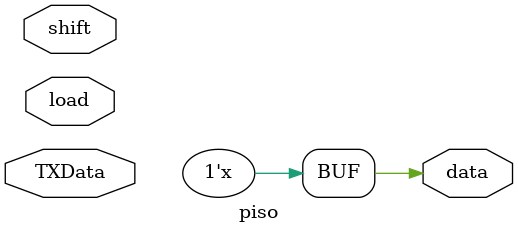
<source format=v>

module piso(TXData,shift,load,data);

	input [7:0] TXData;
	input shift,load;
	output reg data;
	
	reg [7:0] tmp;

	always @(shift or load or TXData) 
	//always @(baud)
	begin
		if (load)
		begin
			tmp <= TXData;
		end
		else if (shift)
		begin
			data <= tmp[0];
			tmp <= tmp >> 1;
		end
		else
		begin
			data <= tmp[0];
		end
	end

endmodule

</source>
